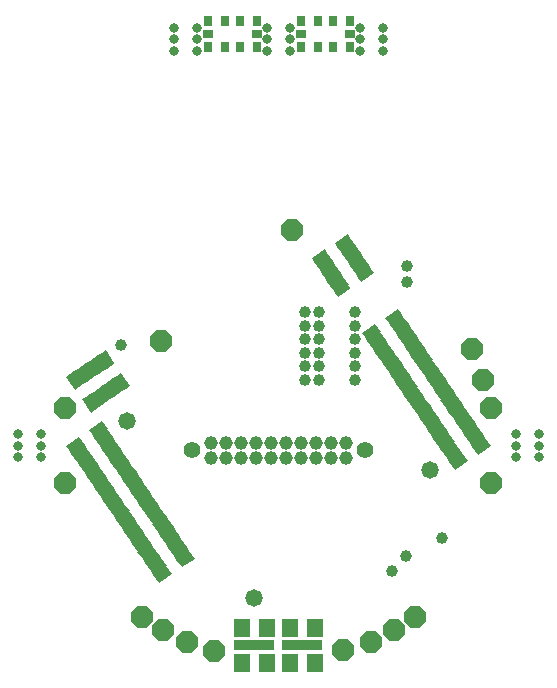
<source format=gbs>
G75*
%MOIN*%
%OFA0B0*%
%FSLAX24Y24*%
%IPPOS*%
%LPD*%
%AMOC8*
5,1,8,0,0,1.08239X$1,22.5*
%
%ADD10C,0.0580*%
%ADD11C,0.0316*%
%ADD12R,0.0159X0.0529*%
%ADD13OC8,0.0710*%
%ADD14C,0.0460*%
%ADD15C,0.0550*%
%ADD16R,0.1340X0.0356*%
%ADD17R,0.0533X0.0592*%
%ADD18C,0.0397*%
%ADD19R,0.0316X0.0356*%
%ADD20R,0.0356X0.0316*%
D10*
X008332Y014200D03*
X012580Y008332D03*
X018448Y012580D03*
D11*
X021310Y013010D03*
X021310Y013390D03*
X021310Y013770D03*
X022070Y013770D03*
X022070Y013390D03*
X022070Y013010D03*
X016870Y026560D03*
X016870Y026940D03*
X016870Y027320D03*
X016110Y027320D03*
X016110Y026940D03*
X016110Y026560D03*
X013770Y026560D03*
X013770Y026940D03*
X013770Y027320D03*
X013010Y027320D03*
X013010Y026940D03*
X013010Y026560D03*
X010670Y026560D03*
X010670Y026940D03*
X010670Y027320D03*
X009910Y027320D03*
X009910Y026940D03*
X009910Y026560D03*
X005470Y013770D03*
X005470Y013390D03*
X005470Y013010D03*
X004710Y013010D03*
X004710Y013390D03*
X004710Y013770D03*
D12*
G36*
X008606Y009996D02*
X008517Y010127D01*
X008954Y010422D01*
X009043Y010291D01*
X008606Y009996D01*
G37*
G36*
X008694Y009865D02*
X008605Y009996D01*
X009042Y010291D01*
X009131Y010160D01*
X008694Y009865D01*
G37*
G36*
X008782Y009734D02*
X008693Y009865D01*
X009130Y010160D01*
X009219Y010029D01*
X008782Y009734D01*
G37*
G36*
X008871Y009604D02*
X008782Y009735D01*
X009219Y010030D01*
X009308Y009899D01*
X008871Y009604D01*
G37*
G36*
X008959Y009473D02*
X008870Y009604D01*
X009307Y009899D01*
X009396Y009768D01*
X008959Y009473D01*
G37*
G36*
X009047Y009343D02*
X008958Y009474D01*
X009395Y009769D01*
X009484Y009638D01*
X009047Y009343D01*
G37*
G36*
X009135Y009212D02*
X009046Y009343D01*
X009483Y009638D01*
X009572Y009507D01*
X009135Y009212D01*
G37*
G36*
X009223Y009082D02*
X009134Y009213D01*
X009571Y009508D01*
X009660Y009377D01*
X009223Y009082D01*
G37*
G36*
X009311Y008951D02*
X009222Y009082D01*
X009659Y009377D01*
X009748Y009246D01*
X009311Y008951D01*
G37*
G36*
X009399Y008821D02*
X009310Y008952D01*
X009747Y009247D01*
X009836Y009116D01*
X009399Y008821D01*
G37*
G36*
X010511Y009762D02*
X010600Y009631D01*
X010163Y009336D01*
X010074Y009467D01*
X010511Y009762D01*
G37*
G36*
X010423Y009892D02*
X010512Y009761D01*
X010075Y009466D01*
X009986Y009597D01*
X010423Y009892D01*
G37*
G36*
X010335Y010023D02*
X010424Y009892D01*
X009987Y009597D01*
X009898Y009728D01*
X010335Y010023D01*
G37*
G36*
X010246Y010153D02*
X010335Y010022D01*
X009898Y009727D01*
X009809Y009858D01*
X010246Y010153D01*
G37*
G36*
X010158Y010284D02*
X010247Y010153D01*
X009810Y009858D01*
X009721Y009989D01*
X010158Y010284D01*
G37*
G36*
X010070Y010414D02*
X010159Y010283D01*
X009722Y009988D01*
X009633Y010119D01*
X010070Y010414D01*
G37*
G36*
X009982Y010545D02*
X010071Y010414D01*
X009634Y010119D01*
X009545Y010250D01*
X009982Y010545D01*
G37*
G36*
X009894Y010676D02*
X009983Y010545D01*
X009546Y010250D01*
X009457Y010381D01*
X009894Y010676D01*
G37*
G36*
X009806Y010806D02*
X009895Y010675D01*
X009458Y010380D01*
X009369Y010511D01*
X009806Y010806D01*
G37*
G36*
X009718Y010937D02*
X009807Y010806D01*
X009370Y010511D01*
X009281Y010642D01*
X009718Y010937D01*
G37*
G36*
X009630Y011067D02*
X009719Y010936D01*
X009282Y010641D01*
X009193Y010772D01*
X009630Y011067D01*
G37*
G36*
X009542Y011198D02*
X009631Y011067D01*
X009194Y010772D01*
X009105Y010903D01*
X009542Y011198D01*
G37*
G36*
X009454Y011328D02*
X009543Y011197D01*
X009106Y010902D01*
X009017Y011033D01*
X009454Y011328D01*
G37*
G36*
X009366Y011459D02*
X009455Y011328D01*
X009018Y011033D01*
X008929Y011164D01*
X009366Y011459D01*
G37*
G36*
X009278Y011590D02*
X009367Y011459D01*
X008930Y011164D01*
X008841Y011295D01*
X009278Y011590D01*
G37*
G36*
X009190Y011720D02*
X009279Y011589D01*
X008842Y011294D01*
X008753Y011425D01*
X009190Y011720D01*
G37*
G36*
X009102Y011851D02*
X009191Y011720D01*
X008754Y011425D01*
X008665Y011556D01*
X009102Y011851D01*
G37*
G36*
X009014Y011981D02*
X009103Y011850D01*
X008666Y011555D01*
X008577Y011686D01*
X009014Y011981D01*
G37*
G36*
X008926Y012112D02*
X009015Y011981D01*
X008578Y011686D01*
X008489Y011817D01*
X008926Y012112D01*
G37*
G36*
X008837Y012242D02*
X008926Y012111D01*
X008489Y011816D01*
X008400Y011947D01*
X008837Y012242D01*
G37*
G36*
X008749Y012373D02*
X008838Y012242D01*
X008401Y011947D01*
X008312Y012078D01*
X008749Y012373D01*
G37*
G36*
X008661Y012503D02*
X008750Y012372D01*
X008313Y012077D01*
X008224Y012208D01*
X008661Y012503D01*
G37*
G36*
X008573Y012634D02*
X008662Y012503D01*
X008225Y012208D01*
X008136Y012339D01*
X008573Y012634D01*
G37*
G36*
X008485Y012765D02*
X008574Y012634D01*
X008137Y012339D01*
X008048Y012470D01*
X008485Y012765D01*
G37*
G36*
X008397Y012895D02*
X008486Y012764D01*
X008049Y012469D01*
X007960Y012600D01*
X008397Y012895D01*
G37*
G36*
X008309Y013026D02*
X008398Y012895D01*
X007961Y012600D01*
X007872Y012731D01*
X008309Y013026D01*
G37*
G36*
X008221Y013156D02*
X008310Y013025D01*
X007873Y012730D01*
X007784Y012861D01*
X008221Y013156D01*
G37*
G36*
X008133Y013287D02*
X008222Y013156D01*
X007785Y012861D01*
X007696Y012992D01*
X008133Y013287D01*
G37*
G36*
X008045Y013417D02*
X008134Y013286D01*
X007697Y012991D01*
X007608Y013122D01*
X008045Y013417D01*
G37*
G36*
X007957Y013548D02*
X008046Y013417D01*
X007609Y013122D01*
X007520Y013253D01*
X007957Y013548D01*
G37*
G36*
X007869Y013678D02*
X007958Y013547D01*
X007521Y013252D01*
X007432Y013383D01*
X007869Y013678D01*
G37*
G36*
X007781Y013809D02*
X007870Y013678D01*
X007433Y013383D01*
X007344Y013514D01*
X007781Y013809D01*
G37*
G36*
X007693Y013940D02*
X007782Y013809D01*
X007345Y013514D01*
X007256Y013645D01*
X007693Y013940D01*
G37*
G36*
X007605Y014070D02*
X007694Y013939D01*
X007257Y013644D01*
X007168Y013775D01*
X007605Y014070D01*
G37*
G36*
X007517Y014201D02*
X007606Y014070D01*
X007169Y013775D01*
X007080Y013906D01*
X007517Y014201D01*
G37*
G36*
X007265Y014585D02*
X007134Y014496D01*
X006839Y014933D01*
X006970Y015022D01*
X007265Y014585D01*
G37*
G36*
X007396Y014673D02*
X007265Y014584D01*
X006970Y015021D01*
X007101Y015110D01*
X007396Y014673D01*
G37*
G36*
X007526Y014761D02*
X007395Y014672D01*
X007100Y015109D01*
X007231Y015198D01*
X007526Y014761D01*
G37*
G36*
X007657Y014850D02*
X007526Y014761D01*
X007231Y015198D01*
X007362Y015287D01*
X007657Y014850D01*
G37*
G36*
X007787Y014938D02*
X007656Y014849D01*
X007361Y015286D01*
X007492Y015375D01*
X007787Y014938D01*
G37*
G36*
X007918Y015026D02*
X007787Y014937D01*
X007492Y015374D01*
X007623Y015463D01*
X007918Y015026D01*
G37*
G36*
X008048Y015114D02*
X007917Y015025D01*
X007622Y015462D01*
X007753Y015551D01*
X008048Y015114D01*
G37*
G36*
X008179Y015202D02*
X008048Y015113D01*
X007753Y015550D01*
X007884Y015639D01*
X008179Y015202D01*
G37*
G36*
X008310Y015290D02*
X008179Y015201D01*
X007884Y015638D01*
X008015Y015727D01*
X008310Y015290D01*
G37*
G36*
X008440Y015378D02*
X008309Y015289D01*
X008014Y015726D01*
X008145Y015815D01*
X008440Y015378D01*
G37*
G36*
X007499Y016490D02*
X007630Y016579D01*
X007925Y016142D01*
X007794Y016053D01*
X007499Y016490D01*
G37*
G36*
X007368Y016402D02*
X007499Y016491D01*
X007794Y016054D01*
X007663Y015965D01*
X007368Y016402D01*
G37*
G36*
X007238Y016314D02*
X007369Y016403D01*
X007664Y015966D01*
X007533Y015877D01*
X007238Y016314D01*
G37*
G36*
X007107Y016225D02*
X007238Y016314D01*
X007533Y015877D01*
X007402Y015788D01*
X007107Y016225D01*
G37*
G36*
X006977Y016137D02*
X007108Y016226D01*
X007403Y015789D01*
X007272Y015700D01*
X006977Y016137D01*
G37*
G36*
X006846Y016049D02*
X006977Y016138D01*
X007272Y015701D01*
X007141Y015612D01*
X006846Y016049D01*
G37*
G36*
X006716Y015961D02*
X006847Y016050D01*
X007142Y015613D01*
X007011Y015524D01*
X006716Y015961D01*
G37*
G36*
X006585Y015873D02*
X006716Y015962D01*
X007011Y015525D01*
X006880Y015436D01*
X006585Y015873D01*
G37*
G36*
X006454Y015785D02*
X006585Y015874D01*
X006880Y015437D01*
X006749Y015348D01*
X006454Y015785D01*
G37*
G36*
X006324Y015697D02*
X006455Y015786D01*
X006750Y015349D01*
X006619Y015260D01*
X006324Y015697D01*
G37*
G36*
X006405Y013259D02*
X006316Y013390D01*
X006753Y013685D01*
X006842Y013554D01*
X006405Y013259D01*
G37*
G36*
X006493Y013129D02*
X006404Y013260D01*
X006841Y013555D01*
X006930Y013424D01*
X006493Y013129D01*
G37*
G36*
X006581Y012998D02*
X006492Y013129D01*
X006929Y013424D01*
X007018Y013293D01*
X006581Y012998D01*
G37*
G36*
X006669Y012868D02*
X006580Y012999D01*
X007017Y013294D01*
X007106Y013163D01*
X006669Y012868D01*
G37*
G36*
X006757Y012737D02*
X006668Y012868D01*
X007105Y013163D01*
X007194Y013032D01*
X006757Y012737D01*
G37*
G36*
X006845Y012607D02*
X006756Y012738D01*
X007193Y013033D01*
X007282Y012902D01*
X006845Y012607D01*
G37*
G36*
X006933Y012476D02*
X006844Y012607D01*
X007281Y012902D01*
X007370Y012771D01*
X006933Y012476D01*
G37*
G36*
X007021Y012346D02*
X006932Y012477D01*
X007369Y012772D01*
X007458Y012641D01*
X007021Y012346D01*
G37*
G36*
X007109Y012215D02*
X007020Y012346D01*
X007457Y012641D01*
X007546Y012510D01*
X007109Y012215D01*
G37*
G36*
X007197Y012084D02*
X007108Y012215D01*
X007545Y012510D01*
X007634Y012379D01*
X007197Y012084D01*
G37*
G36*
X007285Y011954D02*
X007196Y012085D01*
X007633Y012380D01*
X007722Y012249D01*
X007285Y011954D01*
G37*
G36*
X007373Y011823D02*
X007284Y011954D01*
X007721Y012249D01*
X007810Y012118D01*
X007373Y011823D01*
G37*
G36*
X007462Y011693D02*
X007373Y011824D01*
X007810Y012119D01*
X007899Y011988D01*
X007462Y011693D01*
G37*
G36*
X007550Y011562D02*
X007461Y011693D01*
X007898Y011988D01*
X007987Y011857D01*
X007550Y011562D01*
G37*
G36*
X007638Y011432D02*
X007549Y011563D01*
X007986Y011858D01*
X008075Y011727D01*
X007638Y011432D01*
G37*
G36*
X007726Y011301D02*
X007637Y011432D01*
X008074Y011727D01*
X008163Y011596D01*
X007726Y011301D01*
G37*
G36*
X007814Y011171D02*
X007725Y011302D01*
X008162Y011597D01*
X008251Y011466D01*
X007814Y011171D01*
G37*
G36*
X007902Y011040D02*
X007813Y011171D01*
X008250Y011466D01*
X008339Y011335D01*
X007902Y011040D01*
G37*
G36*
X007990Y010909D02*
X007901Y011040D01*
X008338Y011335D01*
X008427Y011204D01*
X007990Y010909D01*
G37*
G36*
X008078Y010779D02*
X007989Y010910D01*
X008426Y011205D01*
X008515Y011074D01*
X008078Y010779D01*
G37*
G36*
X008166Y010648D02*
X008077Y010779D01*
X008514Y011074D01*
X008603Y010943D01*
X008166Y010648D01*
G37*
G36*
X008254Y010518D02*
X008165Y010649D01*
X008602Y010944D01*
X008691Y010813D01*
X008254Y010518D01*
G37*
G36*
X008342Y010387D02*
X008253Y010518D01*
X008690Y010813D01*
X008779Y010682D01*
X008342Y010387D01*
G37*
G36*
X008430Y010257D02*
X008341Y010388D01*
X008778Y010683D01*
X008867Y010552D01*
X008430Y010257D01*
G37*
G36*
X008518Y010126D02*
X008429Y010257D01*
X008866Y010552D01*
X008955Y010421D01*
X008518Y010126D01*
G37*
G36*
X015378Y018340D02*
X015289Y018471D01*
X015726Y018766D01*
X015815Y018635D01*
X015378Y018340D01*
G37*
G36*
X015290Y018470D02*
X015201Y018601D01*
X015638Y018896D01*
X015727Y018765D01*
X015290Y018470D01*
G37*
G36*
X015202Y018601D02*
X015113Y018732D01*
X015550Y019027D01*
X015639Y018896D01*
X015202Y018601D01*
G37*
G36*
X015114Y018732D02*
X015025Y018863D01*
X015462Y019158D01*
X015551Y019027D01*
X015114Y018732D01*
G37*
G36*
X015026Y018862D02*
X014937Y018993D01*
X015374Y019288D01*
X015463Y019157D01*
X015026Y018862D01*
G37*
G36*
X014938Y018993D02*
X014849Y019124D01*
X015286Y019419D01*
X015375Y019288D01*
X014938Y018993D01*
G37*
G36*
X014850Y019123D02*
X014761Y019254D01*
X015198Y019549D01*
X015287Y019418D01*
X014850Y019123D01*
G37*
G36*
X014761Y019254D02*
X014672Y019385D01*
X015109Y019680D01*
X015198Y019549D01*
X014761Y019254D01*
G37*
G36*
X014673Y019384D02*
X014584Y019515D01*
X015021Y019810D01*
X015110Y019679D01*
X014673Y019384D01*
G37*
G36*
X014585Y019515D02*
X014496Y019646D01*
X014933Y019941D01*
X015022Y019810D01*
X014585Y019515D01*
G37*
G36*
X015697Y020456D02*
X015786Y020325D01*
X015349Y020030D01*
X015260Y020161D01*
X015697Y020456D01*
G37*
G36*
X015785Y020326D02*
X015874Y020195D01*
X015437Y019900D01*
X015348Y020031D01*
X015785Y020326D01*
G37*
G36*
X015873Y020195D02*
X015962Y020064D01*
X015525Y019769D01*
X015436Y019900D01*
X015873Y020195D01*
G37*
G36*
X015961Y020064D02*
X016050Y019933D01*
X015613Y019638D01*
X015524Y019769D01*
X015961Y020064D01*
G37*
G36*
X016049Y019934D02*
X016138Y019803D01*
X015701Y019508D01*
X015612Y019639D01*
X016049Y019934D01*
G37*
G36*
X016137Y019803D02*
X016226Y019672D01*
X015789Y019377D01*
X015700Y019508D01*
X016137Y019803D01*
G37*
G36*
X016225Y019673D02*
X016314Y019542D01*
X015877Y019247D01*
X015788Y019378D01*
X016225Y019673D01*
G37*
G36*
X016314Y019542D02*
X016403Y019411D01*
X015966Y019116D01*
X015877Y019247D01*
X016314Y019542D01*
G37*
G36*
X016402Y019412D02*
X016491Y019281D01*
X016054Y018986D01*
X015965Y019117D01*
X016402Y019412D01*
G37*
G36*
X016490Y019281D02*
X016579Y019150D01*
X016142Y018855D01*
X016053Y018986D01*
X016490Y019281D01*
G37*
G36*
X017381Y017959D02*
X017470Y017828D01*
X017033Y017533D01*
X016944Y017664D01*
X017381Y017959D01*
G37*
G36*
X017469Y017829D02*
X017558Y017698D01*
X017121Y017403D01*
X017032Y017534D01*
X017469Y017829D01*
G37*
G36*
X017557Y017698D02*
X017646Y017567D01*
X017209Y017272D01*
X017120Y017403D01*
X017557Y017698D01*
G37*
G36*
X017645Y017568D02*
X017734Y017437D01*
X017297Y017142D01*
X017208Y017273D01*
X017645Y017568D01*
G37*
G36*
X017733Y017437D02*
X017822Y017306D01*
X017385Y017011D01*
X017296Y017142D01*
X017733Y017437D01*
G37*
G36*
X017821Y017307D02*
X017910Y017176D01*
X017473Y016881D01*
X017384Y017012D01*
X017821Y017307D01*
G37*
G36*
X017909Y017176D02*
X017998Y017045D01*
X017561Y016750D01*
X017472Y016881D01*
X017909Y017176D01*
G37*
G36*
X017998Y017046D02*
X018087Y016915D01*
X017650Y016620D01*
X017561Y016751D01*
X017998Y017046D01*
G37*
G36*
X018086Y016915D02*
X018175Y016784D01*
X017738Y016489D01*
X017649Y016620D01*
X018086Y016915D01*
G37*
G36*
X018174Y016784D02*
X018263Y016653D01*
X017826Y016358D01*
X017737Y016489D01*
X018174Y016784D01*
G37*
G36*
X018262Y016654D02*
X018351Y016523D01*
X017914Y016228D01*
X017825Y016359D01*
X018262Y016654D01*
G37*
G36*
X018350Y016523D02*
X018439Y016392D01*
X018002Y016097D01*
X017913Y016228D01*
X018350Y016523D01*
G37*
G36*
X018438Y016393D02*
X018527Y016262D01*
X018090Y015967D01*
X018001Y016098D01*
X018438Y016393D01*
G37*
G36*
X018526Y016262D02*
X018615Y016131D01*
X018178Y015836D01*
X018089Y015967D01*
X018526Y016262D01*
G37*
G36*
X018614Y016132D02*
X018703Y016001D01*
X018266Y015706D01*
X018177Y015837D01*
X018614Y016132D01*
G37*
G36*
X018702Y016001D02*
X018791Y015870D01*
X018354Y015575D01*
X018265Y015706D01*
X018702Y016001D01*
G37*
G36*
X018790Y015871D02*
X018879Y015740D01*
X018442Y015445D01*
X018353Y015576D01*
X018790Y015871D01*
G37*
G36*
X018878Y015740D02*
X018967Y015609D01*
X018530Y015314D01*
X018441Y015445D01*
X018878Y015740D01*
G37*
G36*
X018966Y015609D02*
X019055Y015478D01*
X018618Y015183D01*
X018529Y015314D01*
X018966Y015609D01*
G37*
G36*
X019054Y015479D02*
X019143Y015348D01*
X018706Y015053D01*
X018617Y015184D01*
X019054Y015479D01*
G37*
G36*
X019142Y015348D02*
X019231Y015217D01*
X018794Y014922D01*
X018705Y015053D01*
X019142Y015348D01*
G37*
G36*
X019230Y015218D02*
X019319Y015087D01*
X018882Y014792D01*
X018793Y014923D01*
X019230Y015218D01*
G37*
G36*
X019318Y015087D02*
X019407Y014956D01*
X018970Y014661D01*
X018881Y014792D01*
X019318Y015087D01*
G37*
G36*
X019407Y014957D02*
X019496Y014826D01*
X019059Y014531D01*
X018970Y014662D01*
X019407Y014957D01*
G37*
G36*
X019495Y014826D02*
X019584Y014695D01*
X019147Y014400D01*
X019058Y014531D01*
X019495Y014826D01*
G37*
G36*
X019583Y014696D02*
X019672Y014565D01*
X019235Y014270D01*
X019146Y014401D01*
X019583Y014696D01*
G37*
G36*
X019671Y014565D02*
X019760Y014434D01*
X019323Y014139D01*
X019234Y014270D01*
X019671Y014565D01*
G37*
G36*
X019759Y014434D02*
X019848Y014303D01*
X019411Y014008D01*
X019322Y014139D01*
X019759Y014434D01*
G37*
G36*
X019847Y014304D02*
X019936Y014173D01*
X019499Y013878D01*
X019410Y014009D01*
X019847Y014304D01*
G37*
G36*
X019935Y014173D02*
X020024Y014042D01*
X019587Y013747D01*
X019498Y013878D01*
X019935Y014173D01*
G37*
G36*
X020023Y014043D02*
X020112Y013912D01*
X019675Y013617D01*
X019586Y013748D01*
X020023Y014043D01*
G37*
G36*
X020111Y013912D02*
X020200Y013781D01*
X019763Y013486D01*
X019674Y013617D01*
X020111Y013912D01*
G37*
G36*
X020199Y013782D02*
X020288Y013651D01*
X019851Y013356D01*
X019762Y013487D01*
X020199Y013782D01*
G37*
G36*
X020287Y013651D02*
X020376Y013520D01*
X019939Y013225D01*
X019850Y013356D01*
X020287Y013651D01*
G37*
G36*
X020375Y013521D02*
X020464Y013390D01*
X020027Y013095D01*
X019938Y013226D01*
X020375Y013521D01*
G37*
G36*
X019175Y012710D02*
X019086Y012841D01*
X019523Y013136D01*
X019612Y013005D01*
X019175Y012710D01*
G37*
G36*
X019263Y012579D02*
X019174Y012710D01*
X019611Y013005D01*
X019700Y012874D01*
X019263Y012579D01*
G37*
G36*
X019087Y012840D02*
X018998Y012971D01*
X019435Y013266D01*
X019524Y013135D01*
X019087Y012840D01*
G37*
G36*
X018999Y012971D02*
X018910Y013102D01*
X019347Y013397D01*
X019436Y013266D01*
X018999Y012971D01*
G37*
G36*
X018911Y013102D02*
X018822Y013233D01*
X019259Y013528D01*
X019348Y013397D01*
X018911Y013102D01*
G37*
G36*
X018823Y013232D02*
X018734Y013363D01*
X019171Y013658D01*
X019260Y013527D01*
X018823Y013232D01*
G37*
G36*
X018735Y013363D02*
X018646Y013494D01*
X019083Y013789D01*
X019172Y013658D01*
X018735Y013363D01*
G37*
G36*
X018647Y013493D02*
X018558Y013624D01*
X018995Y013919D01*
X019084Y013788D01*
X018647Y013493D01*
G37*
G36*
X018559Y013624D02*
X018470Y013755D01*
X018907Y014050D01*
X018996Y013919D01*
X018559Y013624D01*
G37*
G36*
X018471Y013754D02*
X018382Y013885D01*
X018819Y014180D01*
X018908Y014049D01*
X018471Y013754D01*
G37*
G36*
X018383Y013885D02*
X018294Y014016D01*
X018731Y014311D01*
X018820Y014180D01*
X018383Y013885D01*
G37*
G36*
X018295Y014015D02*
X018206Y014146D01*
X018643Y014441D01*
X018732Y014310D01*
X018295Y014015D01*
G37*
G36*
X018207Y014146D02*
X018118Y014277D01*
X018555Y014572D01*
X018644Y014441D01*
X018207Y014146D01*
G37*
G36*
X018119Y014277D02*
X018030Y014408D01*
X018467Y014703D01*
X018556Y014572D01*
X018119Y014277D01*
G37*
G36*
X018031Y014407D02*
X017942Y014538D01*
X018379Y014833D01*
X018468Y014702D01*
X018031Y014407D01*
G37*
G36*
X017943Y014538D02*
X017854Y014669D01*
X018291Y014964D01*
X018380Y014833D01*
X017943Y014538D01*
G37*
G36*
X017854Y014668D02*
X017765Y014799D01*
X018202Y015094D01*
X018291Y014963D01*
X017854Y014668D01*
G37*
G36*
X017766Y014799D02*
X017677Y014930D01*
X018114Y015225D01*
X018203Y015094D01*
X017766Y014799D01*
G37*
G36*
X017678Y014929D02*
X017589Y015060D01*
X018026Y015355D01*
X018115Y015224D01*
X017678Y014929D01*
G37*
G36*
X017590Y015060D02*
X017501Y015191D01*
X017938Y015486D01*
X018027Y015355D01*
X017590Y015060D01*
G37*
G36*
X017502Y015190D02*
X017413Y015321D01*
X017850Y015616D01*
X017939Y015485D01*
X017502Y015190D01*
G37*
G36*
X017414Y015321D02*
X017325Y015452D01*
X017762Y015747D01*
X017851Y015616D01*
X017414Y015321D01*
G37*
G36*
X017326Y015452D02*
X017237Y015583D01*
X017674Y015878D01*
X017763Y015747D01*
X017326Y015452D01*
G37*
G36*
X017238Y015582D02*
X017149Y015713D01*
X017586Y016008D01*
X017675Y015877D01*
X017238Y015582D01*
G37*
G36*
X017150Y015713D02*
X017061Y015844D01*
X017498Y016139D01*
X017587Y016008D01*
X017150Y015713D01*
G37*
G36*
X017062Y015843D02*
X016973Y015974D01*
X017410Y016269D01*
X017499Y016138D01*
X017062Y015843D01*
G37*
G36*
X016974Y015974D02*
X016885Y016105D01*
X017322Y016400D01*
X017411Y016269D01*
X016974Y015974D01*
G37*
G36*
X016886Y016104D02*
X016797Y016235D01*
X017234Y016530D01*
X017323Y016399D01*
X016886Y016104D01*
G37*
G36*
X016798Y016235D02*
X016709Y016366D01*
X017146Y016661D01*
X017235Y016530D01*
X016798Y016235D01*
G37*
G36*
X016710Y016366D02*
X016621Y016497D01*
X017058Y016792D01*
X017147Y016661D01*
X016710Y016366D01*
G37*
G36*
X016622Y016496D02*
X016533Y016627D01*
X016970Y016922D01*
X017059Y016791D01*
X016622Y016496D01*
G37*
G36*
X016534Y016627D02*
X016445Y016758D01*
X016882Y017053D01*
X016971Y016922D01*
X016534Y016627D01*
G37*
G36*
X016445Y016757D02*
X016356Y016888D01*
X016793Y017183D01*
X016882Y017052D01*
X016445Y016757D01*
G37*
G36*
X016357Y016888D02*
X016268Y017019D01*
X016705Y017314D01*
X016794Y017183D01*
X016357Y016888D01*
G37*
G36*
X016269Y017018D02*
X016180Y017149D01*
X016617Y017444D01*
X016706Y017313D01*
X016269Y017018D01*
G37*
D13*
X013840Y020590D03*
X009490Y016890D03*
X006290Y014640D03*
X006290Y012140D03*
X008857Y007690D03*
X009541Y007236D03*
X010340Y006840D03*
X011240Y006540D03*
X015540Y006590D03*
X016490Y006840D03*
X017240Y007240D03*
X017940Y007690D03*
X020490Y012140D03*
X020490Y014640D03*
X020194Y015591D03*
X019840Y016632D03*
D14*
X015640Y013490D03*
X015640Y012990D03*
X015140Y012990D03*
X015140Y013490D03*
X014640Y013490D03*
X014640Y012990D03*
X014140Y012990D03*
X014140Y013490D03*
X013640Y013490D03*
X013140Y013490D03*
X013140Y012990D03*
X013640Y012990D03*
X012640Y012990D03*
X012640Y013490D03*
X012140Y013490D03*
X012140Y012990D03*
X011640Y012990D03*
X011640Y013490D03*
X011140Y013490D03*
X011140Y012990D03*
D15*
X010515Y013240D03*
X016265Y013240D03*
D16*
X014190Y006740D03*
X012590Y006740D03*
D17*
X012994Y006159D03*
X013786Y006159D03*
X014594Y006159D03*
X014594Y007321D03*
X013786Y007321D03*
X012994Y007321D03*
X012186Y007321D03*
X012186Y006159D03*
D18*
X017190Y009215D03*
X017640Y009715D03*
X018840Y010315D03*
X015940Y015590D03*
X015940Y016040D03*
X015940Y016490D03*
X015940Y016940D03*
X015940Y017390D03*
X015940Y017840D03*
X014740Y017840D03*
X014740Y017390D03*
X014740Y016940D03*
X014740Y016490D03*
X014740Y016040D03*
X014740Y015590D03*
X014290Y015590D03*
X014290Y016040D03*
X014290Y016490D03*
X014290Y016940D03*
X014290Y017390D03*
X014290Y017840D03*
X017690Y018840D03*
X017690Y019390D03*
X008140Y016740D03*
D19*
X011058Y026679D03*
X011615Y026679D03*
X012115Y026679D03*
X012672Y026679D03*
X012672Y027545D03*
X012115Y027545D03*
X011615Y027545D03*
X011058Y027545D03*
X014158Y027545D03*
X014715Y027545D03*
X015215Y027545D03*
X015772Y027545D03*
X015772Y026679D03*
X015215Y026679D03*
X014715Y026679D03*
X014158Y026679D03*
D20*
X014158Y027112D03*
X012672Y027112D03*
X011058Y027112D03*
X015772Y027112D03*
M02*

</source>
